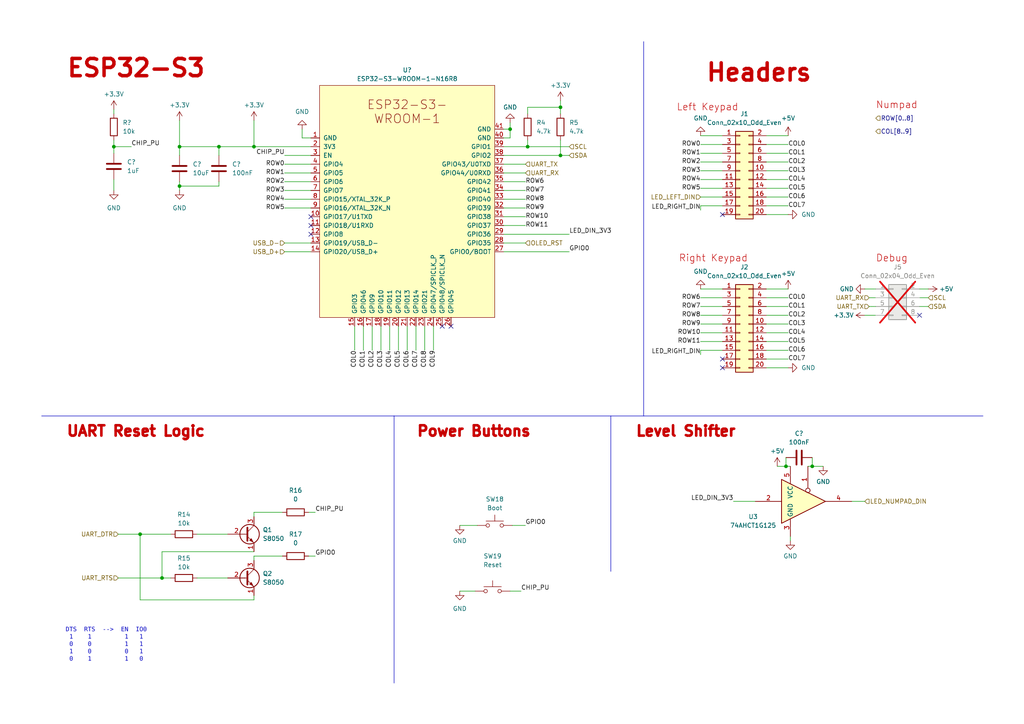
<source format=kicad_sch>
(kicad_sch (version 20230121) (generator eeschema)
  (paper "A4")
  (title_block (title "ESP32-S3"))
  (lib_symbols
    (symbol "74xGxx:74AHCT1G125"
      (property "Reference" "U" (at -2.54 3.81 0))
      (property "Value" "74AHCT1G125" (at 0 -3.81 0))
      (symbol "74AHCT1G125_0_1"
        (polyline (pts (xy -7.62 6.35) (xy -7.62 -6.35) (xy 5.08 0) (xy -7.62 6.35)) (stroke (width 0.254)) (fill (type background)))
      )
      (symbol "74AHCT1G125_1_1"
        (pin input inverted (at 0 10.16 270) (length 7.62) (name "~") (number "1"))
        (pin input line (at -15.24 0 0) (length 7.62) (name "~") (number "2"))
        (pin power_in line (at -5.08 -10.16 90) (length 5.08) (name "GND") (number "3"))
        (pin tri_state line (at 12.7 0 180) (length 7.62) (name "~") (number "4"))
        (pin power_in line (at -5.08 10.16 270) (length 5.08) (name "VCC") (number "5"))
      )
    )
    (symbol "Connector_Generic:Conn_02x04_Odd_Even" (pin_names (offset 1.016) hide)
      (property "Reference" "J" (at 1.27 5.08 0))
      (property "Value" "Conn_02x04_Odd_Even" (at 1.27 -7.62 0))
      (symbol "Conn_02x04_Odd_Even_1_1"
        (rectangle (start -1.27 -4.953) (end 0 -5.207) (stroke (width 0.1524)))
        (rectangle (start -1.27 -2.413) (end 0 -2.667) (stroke (width 0.1524)))
        (rectangle (start -1.27 0.127) (end 0 -0.127) (stroke (width 0.1524)))
        (rectangle (start -1.27 2.667) (end 0 2.413) (stroke (width 0.1524)))
        (rectangle (start -1.27 3.81) (end 3.81 -6.35) (stroke (width 0.254)) (fill (type background)))
        (rectangle (start 3.81 -4.953) (end 2.54 -5.207) (stroke (width 0.1524)))
        (rectangle (start 3.81 -2.413) (end 2.54 -2.667) (stroke (width 0.1524)))
        (rectangle (start 3.81 0.127) (end 2.54 -0.127) (stroke (width 0.1524)))
        (rectangle (start 3.81 2.667) (end 2.54 2.413) (stroke (width 0.1524)))
        (pin passive line (at -5.08 2.54 0) (length 3.81) (name "Pin_1") (number "1"))
        (pin passive line (at 7.62 2.54 180) (length 3.81) (name "Pin_2") (number "2"))
        (pin passive line (at -5.08 0 0) (length 3.81) (name "Pin_3") (number "3"))
        (pin passive line (at 7.62 0 180) (length 3.81) (name "Pin_4") (number "4"))
        (pin passive line (at -5.08 -2.54 0) (length 3.81) (name "Pin_5") (number "5"))
        (pin passive line (at 7.62 -2.54 180) (length 3.81) (name "Pin_6") (number "6"))
        (pin passive line (at -5.08 -5.08 0) (length 3.81) (name "Pin_7") (number "7"))
        (pin passive line (at 7.62 -5.08 180) (length 3.81) (name "Pin_8") (number "8"))
      )
    )
    (symbol "Connector_Generic:Conn_02x10_Odd_Even" (pin_names (offset 1.016) hide)
      (property "Reference" "J" (at 1.27 12.7 0))
      (property "Value" "Conn_02x10_Odd_Even" (at 1.27 -15.24 0))
      (symbol "Conn_02x10_Odd_Even_1_1"
        (rectangle (start -1.27 -12.573) (end 0 -12.827) (stroke (width 0.1524)))
        (rectangle (start -1.27 -10.033) (end 0 -10.287) (stroke (width 0.1524)))
        (rectangle (start -1.27 -7.493) (end 0 -7.747) (stroke (width 0.1524)))
        (rectangle (start -1.27 -4.953) (end 0 -5.207) (stroke (width 0.1524)))
        (rectangle (start -1.27 -2.413) (end 0 -2.667) (stroke (width 0.1524)))
        (rectangle (start -1.27 0.127) (end 0 -0.127) (stroke (width 0.1524)))
        (rectangle (start -1.27 2.667) (end 0 2.413) (stroke (width 0.1524)))
        (rectangle (start -1.27 5.207) (end 0 4.953) (stroke (width 0.1524)))
        (rectangle (start -1.27 7.747) (end 0 7.493) (stroke (width 0.1524)))
        (rectangle (start -1.27 10.287) (end 0 10.033) (stroke (width 0.1524)))
        (rectangle (start -1.27 11.43) (end 3.81 -13.97) (stroke (width 0.254)) (fill (type background)))
        (rectangle (start 3.81 -12.573) (end 2.54 -12.827) (stroke (width 0.1524)))
        (rectangle (start 3.81 -10.033) (end 2.54 -10.287) (stroke (width 0.1524)))
        (rectangle (start 3.81 -7.493) (end 2.54 -7.747) (stroke (width 0.1524)))
        (rectangle (start 3.81 -4.953) (end 2.54 -5.207) (stroke (width 0.1524)))
        (rectangle (start 3.81 -2.413) (end 2.54 -2.667) (stroke (width 0.1524)))
        (rectangle (start 3.81 0.127) (end 2.54 -0.127) (stroke (width 0.1524)))
        (rectangle (start 3.81 2.667) (end 2.54 2.413) (stroke (width 0.1524)))
        (rectangle (start 3.81 5.207) (end 2.54 4.953) (stroke (width 0.1524)))
        (rectangle (start 3.81 7.747) (end 2.54 7.493) (stroke (width 0.1524)))
        (rectangle (start 3.81 10.287) (end 2.54 10.033) (stroke (width 0.1524)))
        (pin passive line (at -5.08 10.16 0) (length 3.81) (name "Pin_1") (number "1"))
        (pin passive line (at 7.62 0 180) (length 3.81) (name "Pin_10") (number "10"))
        (pin passive line (at -5.08 -2.54 0) (length 3.81) (name "Pin_11") (number "11"))
        (pin passive line (at 7.62 -2.54 180) (length 3.81) (name "Pin_12") (number "12"))
        (pin passive line (at -5.08 -5.08 0) (length 3.81) (name "Pin_13") (number "13"))
        (pin passive line (at 7.62 -5.08 180) (length 3.81) (name "Pin_14") (number "14"))
        (pin passive line (at -5.08 -7.62 0) (length 3.81) (name "Pin_15") (number "15"))
        (pin passive line (at 7.62 -7.62 180) (length 3.81) (name "Pin_16") (number "16"))
        (pin passive line (at -5.08 -10.16 0) (length 3.81) (name "Pin_17") (number "17"))
        (pin passive line (at 7.62 -10.16 180) (length 3.81) (name "Pin_18") (number "18"))
        (pin passive line (at -5.08 -12.7 0) (length 3.81) (name "Pin_19") (number "19"))
        (pin passive line (at 7.62 10.16 180) (length 3.81) (name "Pin_2") (number "2"))
        (pin passive line (at 7.62 -12.7 180) (length 3.81) (name "Pin_20") (number "20"))
        (pin passive line (at -5.08 7.62 0) (length 3.81) (name "Pin_3") (number "3"))
        (pin passive line (at 7.62 7.62 180) (length 3.81) (name "Pin_4") (number "4"))
        (pin passive line (at -5.08 5.08 0) (length 3.81) (name "Pin_5") (number "5"))
        (pin passive line (at 7.62 5.08 180) (length 3.81) (name "Pin_6") (number "6"))
        (pin passive line (at -5.08 2.54 0) (length 3.81) (name "Pin_7") (number "7"))
        (pin passive line (at 7.62 2.54 180) (length 3.81) (name "Pin_8") (number "8"))
        (pin passive line (at -5.08 0 0) (length 3.81) (name "Pin_9") (number "9"))
      )
    )
    (symbol "Device:C" (pin_numbers hide) (pin_names (offset 0.254))
      (property "Reference" "C" (at 0.635 2.54 0))
      (property "Value" "C" (at 0.635 -2.54 0))
      (symbol "C_0_1"
        (polyline (pts (xy -2.032 -0.762) (xy 2.032 -0.762)) (stroke (width 0.508)))
        (polyline (pts (xy -2.032 0.762) (xy 2.032 0.762)) (stroke (width 0.508)))
      )
      (symbol "C_1_1"
        (pin passive line (at 0 3.81 270) (length 2.794) (name "~") (number "1"))
        (pin passive line (at 0 -3.81 90) (length 2.794) (name "~") (number "2"))
      )
    )
    (symbol "Device:R" (pin_numbers hide) (pin_names (offset 0))
      (property "Reference" "R" (at 2.032 0 90))
      (property "Value" "R" (at 0 0 90))
      (symbol "R_0_1"
        (rectangle (start -1.016 -2.54) (end 1.016 2.54) (stroke (width 0.254)))
      )
      (symbol "R_1_1"
        (pin passive line (at 0 3.81 270) (length 1.27) (name "~") (number "1"))
        (pin passive line (at 0 -3.81 90) (length 1.27) (name "~") (number "2"))
      )
    )
    (symbol "Switch:SW_Push" (pin_numbers hide) (pin_names (offset 1.016) hide)
      (property "Reference" "SW" (at 1.27 2.54 0))
      (property "Value" "SW_Push" (at 0 -1.524 0))
      (symbol "SW_Push_0_1"
        (circle (center -2.032 0) (radius 0.508))
        (polyline (pts (xy 0 1.27) (xy 0 3.048)))
        (polyline (pts (xy 2.54 1.27) (xy -2.54 1.27)))
        (circle (center 2.032 0) (radius 0.508))
        (pin passive line (at -5.08 0 0) (length 2.54) (name "1") (number "1"))
        (pin passive line (at 5.08 0 180) (length 2.54) (name "2") (number "2"))
      )
    )
    (symbol "Transistor_BJT:S8050" (pin_names (offset 0) hide)
      (property "Reference" "Q" (at 5.08 1.905 0))
      (property "Value" "S8050" (at 5.08 0 0))
      (symbol "S8050_0_1"
        (polyline (pts (xy 0 0) (xy 0.635 0)))
        (polyline (pts (xy 0.635 0.635) (xy 2.54 2.54)))
        (polyline (pts (xy 0.635 -0.635) (xy 2.54 -2.54) (xy 2.54 -2.54)))
        (polyline (pts (xy 0.635 1.905) (xy 0.635 -1.905) (xy 0.635 -1.905)) (stroke (width 0.508)))
        (polyline (pts (xy 1.27 -1.778) (xy 1.778 -1.27) (xy 2.286 -2.286) (xy 1.27 -1.778) (xy 1.27 -1.778)) (fill (type outline)))
        (circle (center 1.27 0) (radius 2.8194) (stroke (width 0.254)))
      )
      (symbol "S8050_1_1"
        (pin passive line (at 2.54 -5.08 90) (length 2.54) (name "E") (number "1"))
        (pin input line (at -5.08 0 0) (length 5.08) (name "B") (number "2"))
        (pin passive line (at 2.54 5.08 270) (length 2.54) (name "C") (number "3"))
      )
    )
    (symbol "mantyl:ESP32-S3-WROOM-1-N16R8" (pin_names (offset 1.016))
      (property "Reference" "U1" (at 27.94 52.705 0))
      (property "Value" "ESP32-S3-WROOM-1-N16R8" (at 27.94 50.165 0))
      (symbol "ESP32-S3-WROOM-1-N16R8_0_0"
        (pin power_in line (at 0 33.02 0) (length 2.54) (name "GND") (number "1"))
        (pin output line (at 0 10.16 0) (length 2.54) (name "GPIO17/U1TXD") (number "10"))
        (pin input line (at 0 7.62 0) (length 2.54) (name "GPIO18/U1RXD") (number "11"))
        (pin bidirectional line (at 0 5.08 0) (length 2.54) (name "GPIO8") (number "12"))
        (pin bidirectional line (at 0 2.54 0) (length 2.54) (name "GPIO19/USB_D-") (number "13"))
        (pin bidirectional line (at 0 0 0) (length 2.54) (name "GPIO20/USB_D+") (number "14"))
        (pin bidirectional line (at 12.7 -21.59 90) (length 2.54) (name "GPIO3") (number "15"))
        (pin bidirectional line (at 15.24 -21.59 90) (length 2.54) (name "GPIO46") (number "16"))
        (pin bidirectional line (at 17.78 -21.59 90) (length 2.54) (name "GPIO9") (number "17"))
        (pin bidirectional line (at 20.32 -21.59 90) (length 2.54) (name "GPIO10") (number "18"))
        (pin bidirectional line (at 22.86 -21.59 90) (length 2.54) (name "GPIO11") (number "19"))
        (pin power_in line (at 0 30.48 0) (length 2.54) (name "3V3") (number "2"))
        (pin bidirectional line (at 25.4 -21.59 90) (length 2.54) (name "GPIO12") (number "20"))
        (pin bidirectional line (at 27.94 -21.59 90) (length 2.54) (name "GPIO13") (number "21"))
        (pin bidirectional line (at 30.48 -21.59 90) (length 2.54) (name "GPIO14") (number "22"))
        (pin bidirectional line (at 33.02 -21.59 90) (length 2.54) (name "GPIO21") (number "23"))
        (pin bidirectional line (at 35.56 -21.59 90) (length 2.54) (name "GPIO47/SPICLK_P") (number "24"))
        (pin bidirectional line (at 38.1 -21.59 90) (length 2.54) (name "GPIO48/SPICLK_N") (number "25"))
        (pin bidirectional line (at 40.64 -21.59 90) (length 2.54) (name "GPIO45") (number "26"))
        (pin input line (at 55.88 0 180) (length 2.54) (name "GPIO0/BOOT") (number "27"))
        (pin bidirectional line (at 55.88 2.54 180) (length 2.54) (name "GPIO35") (number "28"))
        (pin output line (at 55.88 5.08 180) (length 2.54) (name "GPIO36") (number "29"))
        (pin input line (at 0 27.94 0) (length 2.54) (name "EN") (number "3"))
        (pin bidirectional line (at 55.88 7.62 180) (length 2.54) (name "GPIO37") (number "30"))
        (pin bidirectional line (at 55.88 10.16 180) (length 2.54) (name "GPIO38") (number "31"))
        (pin bidirectional line (at 55.88 12.7 180) (length 2.54) (name "GPIO39") (number "32"))
        (pin bidirectional line (at 55.88 15.24 180) (length 2.54) (name "GPIO40") (number "33"))
        (pin bidirectional line (at 55.88 17.78 180) (length 2.54) (name "GPIO41") (number "34"))
        (pin bidirectional line (at 55.88 20.32 180) (length 2.54) (name "GPIO42") (number "35"))
        (pin bidirectional line (at 55.88 22.86 180) (length 2.54) (name "GPIO44/U0RXD") (number "36"))
        (pin bidirectional line (at 55.88 25.4 180) (length 2.54) (name "GPIO43/U0TXD") (number "37"))
        (pin bidirectional line (at 55.88 27.94 180) (length 2.54) (name "GPIO2") (number "38"))
        (pin bidirectional line (at 55.88 30.48 180) (length 2.54) (name "GPIO1") (number "39"))
        (pin bidirectional line (at 0 25.4 0) (length 2.54) (name "GPIO4") (number "4"))
        (pin bidirectional line (at 0 22.86 0) (length 2.54) (name "GPIO5") (number "5"))
        (pin bidirectional line (at 0 20.32 0) (length 2.54) (name "GPIO6") (number "6"))
        (pin bidirectional line (at 0 17.78 0) (length 2.54) (name "GPIO7") (number "7"))
        (pin bidirectional line (at 0 15.24 0) (length 2.54) (name "GPIO15/XTAL_32K_P") (number "8"))
        (pin bidirectional line (at 0 12.7 0) (length 2.54) (name "GPIO16/XTAL_32K_N") (number "9"))
      )
      (symbol "ESP32-S3-WROOM-1-N16R8_0_1"
        (rectangle (start 2.54 48.26) (end 53.34 -19.05) (fill (type background)))
      )
      (symbol "ESP32-S3-WROOM-1-N16R8_1_0"
        (text "ESP32-S3-\nWROOM-1" (at 27.94 40.64 0) (effects (font (size 2.54 2.54))))
        (pin passive line (at 55.88 33.02 180) (length 2.54) (name "GND") (number "40"))
        (pin passive line (at 55.88 35.56 180) (length 2.54) (name "GND") (number "41"))
      )
    )
    (symbol "power:+3.3V" (power) (pin_names (offset 0))
      (property "Value" "+3.3V" (at 0 3.556 0))
      (symbol "+3.3V_0_1"
        (polyline (pts (xy -0.762 1.27) (xy 0 2.54)))
        (polyline (pts (xy 0 0) (xy 0 2.54)))
        (polyline (pts (xy 0 2.54) (xy 0.762 1.27)))
      )
      (symbol "+3.3V_1_1"
        (pin power_in line (at 0 0 90) (length 0) hide (name "+3.3V") (number "1"))
      )
    )
    (symbol "power:+5V" (power) (pin_names (offset 0))
      (property "Value" "+5V" (at 0 3.556 0))
      (symbol "+5V_0_1"
        (polyline (pts (xy -0.762 1.27) (xy 0 2.54)))
        (polyline (pts (xy 0 0) (xy 0 2.54)))
        (polyline (pts (xy 0 2.54) (xy 0.762 1.27)))
      )
      (symbol "+5V_1_1"
        (pin power_in line (at 0 0 90) (length 0) hide (name "+5V") (number "1"))
      )
    )
    (symbol "power:GND" (power) (pin_names (offset 0))
      (property "Value" "GND" (at 0 -3.81 0))
      (symbol "GND_0_1"
        (polyline (pts (xy 0 0) (xy 0 -1.27) (xy 1.27 -1.27) (xy 0 -2.54) (xy -1.27 -1.27) (xy 0 -1.27)))
      )
      (symbol "GND_1_1"
        (pin power_in line (at 0 0 270) (length 0) hide (name "GND") (number "1"))
      )
    )
  )
  (junction (at 227.965 135.255))
  (junction (at 162.56 45.085))
  (junction (at 153.035 42.545))
  (junction (at 73.66 42.545))
  (junction (at 40.64 154.94))
  (junction (at 52.07 53.975))
  (junction (at 46.99 167.64))
  (junction (at 63.5 42.545))
  (junction (at 235.585 135.255))
  (junction (at 162.56 31.115))
  (junction (at 147.955 37.465))
  (junction (at 33.02 42.545))
  (junction (at 52.07 42.545))
  (no_connect (at 209.55 104.14))
  (no_connect (at 209.55 62.23))
  (no_connect (at 130.81 94.615))
  (no_connect (at 209.55 106.68))
  (no_connect (at 90.17 65.405))
  (no_connect (at 90.17 67.945))
  (no_connect (at 128.27 94.615))
  (no_connect (at 266.7 91.44))
  (no_connect (at 90.17 62.865))
  (polyline (pts (xy 114.3 120.65) (xy 114.3 198.12)))
  (wire (pts (xy 33.02 42.545) (xy 38.1 42.545)))
  (wire (pts (xy 63.5 53.975) (xy 52.07 53.975)))
  (wire (pts (xy 89.535 148.59) (xy 91.44 148.59)))
  (wire (pts (xy 146.05 60.325) (xy 152.4 60.325)))
  (wire (pts (xy 222.25 104.14) (xy 228.6 104.14)))
  (wire (pts (xy 57.15 154.94) (xy 66.04 154.94)))
  (wire (pts (xy 105.41 94.615) (xy 105.41 101.6)))
  (wire (pts (xy 203.2 101.6) (xy 209.55 101.6)))
  (wire (pts (xy 227.965 135.255) (xy 229.235 135.255)))
  (wire (pts (xy 203.2 46.99) (xy 209.55 46.99)))
  (wire (pts (xy 73.66 148.59) (xy 81.915 148.59)))
  (wire (pts (xy 46.99 160.02) (xy 46.99 167.64)))
  (wire (pts (xy 203.2 88.9) (xy 209.55 88.9)))
  (wire (pts (xy 146.05 55.245) (xy 152.4 55.245)))
  (wire (pts (xy 229.235 155.575) (xy 229.235 156.845)))
  (wire (pts (xy 146.05 62.865) (xy 152.4 62.865)))
  (polyline (pts (xy 186.69 12.065) (xy 186.69 120.65)))
  (wire (pts (xy 73.66 162.56) (xy 73.66 161.29)))
  (wire (pts (xy 222.25 101.6) (xy 228.6 101.6)))
  (wire (pts (xy 222.25 49.53) (xy 228.6 49.53)))
  (wire (pts (xy 52.07 42.545) (xy 52.07 45.085)))
  (wire (pts (xy 147.955 40.005) (xy 147.955 37.465)))
  (wire (pts (xy 203.2 44.45) (xy 209.55 44.45)))
  (wire (pts (xy 110.49 94.615) (xy 110.49 101.6)))
  (wire (pts (xy 82.55 70.485) (xy 90.17 70.485)))
  (wire (pts (xy 33.02 52.07) (xy 33.02 55.245)))
  (wire (pts (xy 252.095 86.36) (xy 254 86.36)))
  (wire (pts (xy 40.64 173.99) (xy 40.64 154.94)))
  (wire (pts (xy 146.05 50.165) (xy 152.4 50.165)))
  (wire (pts (xy 212.725 145.415) (xy 219.075 145.415)))
  (wire (pts (xy 147.955 37.465) (xy 147.955 35.56)))
  (wire (pts (xy 123.19 94.615) (xy 123.19 101.6)))
  (wire (pts (xy 203.2 83.82) (xy 209.55 83.82)))
  (wire (pts (xy 133.35 152.4) (xy 138.43 152.4)))
  (wire (pts (xy 153.035 31.115) (xy 162.56 31.115)))
  (wire (pts (xy 146.05 65.405) (xy 152.4 65.405)))
  (wire (pts (xy 266.7 88.9) (xy 269.24 88.9)))
  (wire (pts (xy 162.56 31.115) (xy 162.56 33.02)))
  (wire (pts (xy 82.55 60.325) (xy 90.17 60.325)))
  (wire (pts (xy 222.25 86.36) (xy 228.6 86.36)))
  (wire (pts (xy 82.55 55.245) (xy 90.17 55.245)))
  (polyline (pts (xy 177.165 120.65) (xy 177.165 165.735)))
  (wire (pts (xy 125.73 94.615) (xy 125.73 101.6)))
  (wire (pts (xy 146.05 42.545) (xy 153.035 42.545)))
  (wire (pts (xy 203.2 59.69) (xy 209.55 59.69)))
  (wire (pts (xy 73.66 42.545) (xy 90.17 42.545)))
  (wire (pts (xy 52.07 34.925) (xy 52.07 42.545)))
  (wire (pts (xy 203.2 52.07) (xy 209.55 52.07)))
  (wire (pts (xy 234.315 135.255) (xy 235.585 135.255)))
  (wire (pts (xy 52.07 42.545) (xy 63.5 42.545)))
  (wire (pts (xy 222.25 88.9) (xy 228.6 88.9)))
  (wire (pts (xy 162.56 40.64) (xy 162.56 45.085)))
  (wire (pts (xy 153.035 40.64) (xy 153.035 42.545)))
  (wire (pts (xy 82.55 57.785) (xy 90.17 57.785)))
  (wire (pts (xy 82.55 50.165) (xy 90.17 50.165)))
  (wire (pts (xy 222.25 46.99) (xy 228.6 46.99)))
  (wire (pts (xy 153.035 33.02) (xy 153.035 31.115)))
  (wire (pts (xy 222.25 62.23) (xy 228.6 62.23)))
  (wire (pts (xy 82.55 47.625) (xy 90.17 47.625)))
  (wire (pts (xy 87.63 40.005) (xy 87.63 37.465)))
  (wire (pts (xy 63.5 52.705) (xy 63.5 53.975)))
  (wire (pts (xy 203.2 39.37) (xy 209.55 39.37)))
  (wire (pts (xy 113.03 94.615) (xy 113.03 101.6)))
  (wire (pts (xy 222.25 54.61) (xy 228.6 54.61)))
  (wire (pts (xy 162.56 29.21) (xy 162.56 31.115)))
  (wire (pts (xy 266.7 86.36) (xy 269.24 86.36)))
  (wire (pts (xy 73.66 173.99) (xy 40.64 173.99)))
  (polyline (pts (xy 114.3 120.65) (xy 285.115 120.65)))
  (wire (pts (xy 146.05 40.005) (xy 147.955 40.005)))
  (wire (pts (xy 203.2 41.91) (xy 209.55 41.91)))
  (wire (pts (xy 52.07 53.975) (xy 52.07 55.245)))
  (wire (pts (xy 146.05 70.485) (xy 152.4 70.485)))
  (wire (pts (xy 82.55 73.025) (xy 90.17 73.025)))
  (wire (pts (xy 73.66 149.86) (xy 73.66 148.59)))
  (wire (pts (xy 115.57 94.615) (xy 115.57 101.6)))
  (wire (pts (xy 250.825 91.44) (xy 254 91.44)))
  (wire (pts (xy 222.25 59.69) (xy 228.6 59.69)))
  (wire (pts (xy 107.95 94.615) (xy 107.95 101.6)))
  (wire (pts (xy 34.29 154.94) (xy 40.64 154.94)))
  (wire (pts (xy 153.035 42.545) (xy 165.1 42.545)))
  (wire (pts (xy 89.535 161.29) (xy 91.44 161.29)))
  (wire (pts (xy 40.64 154.94) (xy 49.53 154.94)))
  (wire (pts (xy 73.66 34.925) (xy 73.66 42.545)))
  (wire (pts (xy 102.87 94.615) (xy 102.87 101.6)))
  (wire (pts (xy 146.05 37.465) (xy 147.955 37.465)))
  (wire (pts (xy 222.25 44.45) (xy 228.6 44.45)))
  (wire (pts (xy 120.65 94.615) (xy 120.65 101.6)))
  (wire (pts (xy 222.25 57.15) (xy 228.6 57.15)))
  (wire (pts (xy 203.2 91.44) (xy 209.55 91.44)))
  (wire (pts (xy 222.25 41.91) (xy 228.6 41.91)))
  (wire (pts (xy 247.015 145.415) (xy 250.825 145.415)))
  (wire (pts (xy 222.25 99.06) (xy 228.6 99.06)))
  (wire (pts (xy 222.25 91.44) (xy 228.6 91.44)))
  (wire (pts (xy 222.25 83.82) (xy 228.6 83.82)))
  (wire (pts (xy 146.05 45.085) (xy 162.56 45.085)))
  (wire (pts (xy 82.55 45.085) (xy 90.17 45.085)))
  (wire (pts (xy 203.2 49.53) (xy 209.55 49.53)))
  (wire (pts (xy 203.2 86.36) (xy 209.55 86.36)))
  (wire (pts (xy 73.66 161.29) (xy 81.915 161.29)))
  (wire (pts (xy 222.25 106.68) (xy 228.6 106.68)))
  (wire (pts (xy 73.66 172.72) (xy 73.66 173.99)))
  (wire (pts (xy 235.585 132.715) (xy 235.585 135.255)))
  (wire (pts (xy 33.02 31.75) (xy 33.02 33.02)))
  (wire (pts (xy 162.56 45.085) (xy 165.1 45.085)))
  (wire (pts (xy 82.55 52.705) (xy 90.17 52.705)))
  (wire (pts (xy 146.05 57.785) (xy 152.4 57.785)))
  (wire (pts (xy 222.25 96.52) (xy 228.6 96.52)))
  (wire (pts (xy 203.2 99.06) (xy 209.55 99.06)))
  (wire (pts (xy 227.965 132.715) (xy 227.965 135.255)))
  (wire (pts (xy 46.99 167.64) (xy 49.53 167.64)))
  (wire (pts (xy 250.825 83.82) (xy 254 83.82)))
  (wire (pts (xy 146.05 52.705) (xy 152.4 52.705)))
  (wire (pts (xy 235.585 135.255) (xy 238.76 135.255)))
  (polyline (pts (xy 12.065 120.65) (xy 114.3 120.65)))
  (wire (pts (xy 225.425 135.255) (xy 227.965 135.255)))
  (wire (pts (xy 146.05 47.625) (xy 152.4 47.625)))
  (wire (pts (xy 146.05 67.945) (xy 165.1 67.945)))
  (wire (pts (xy 146.05 73.025) (xy 165.1 73.025)))
  (wire (pts (xy 90.17 40.005) (xy 87.63 40.005)))
  (wire (pts (xy 118.11 94.615) (xy 118.11 101.6)))
  (wire (pts (xy 203.2 59.69) (xy 203.2 60.96)))
  (wire (pts (xy 203.2 54.61) (xy 209.55 54.61)))
  (wire (pts (xy 222.25 39.37) (xy 228.6 39.37)))
  (wire (pts (xy 34.29 167.64) (xy 46.99 167.64)))
  (wire (pts (xy 133.35 171.45) (xy 137.795 171.45)))
  (wire (pts (xy 63.5 42.545) (xy 63.5 45.085)))
  (wire (pts (xy 222.25 52.07) (xy 228.6 52.07)))
  (wire (pts (xy 203.2 101.6) (xy 203.2 102.87)))
  (wire (pts (xy 222.25 93.98) (xy 228.6 93.98)))
  (wire (pts (xy 33.02 40.64) (xy 33.02 42.545)))
  (wire (pts (xy 203.2 57.15) (xy 209.55 57.15)))
  (wire (pts (xy 203.2 93.98) (xy 209.55 93.98)))
  (wire (pts (xy 33.02 42.545) (xy 33.02 44.45)))
  (wire (pts (xy 148.59 152.4) (xy 152.4 152.4)))
  (wire (pts (xy 52.07 52.705) (xy 52.07 53.975)))
  (wire (pts (xy 266.7 83.82) (xy 269.24 83.82)))
  (wire (pts (xy 147.955 171.45) (xy 151.13 171.45)))
  (wire (pts (xy 57.15 167.64) (xy 66.04 167.64)))
  (wire (pts (xy 203.2 96.52) (xy 209.55 96.52)))
  (wire (pts (xy 73.66 160.02) (xy 46.99 160.02)))
  (wire (pts (xy 63.5 42.545) (xy 73.66 42.545)))
  (wire (pts (xy 252.095 88.9) (xy 254 88.9)))
  (text "DTS  RTS  -->  EN  IO0\n 1    1         1   1\n 0    0         1   1\n 1    0         0   1\n 0    1         1   0" (at 19.05 192.405 0) (effects (font (size 1.27 1.27)) (justify left bottom)))
  (text "Left Keypad" (at 196.215 32.385 0) (effects (font (size 2 2)) (justify left bottom)))
  (text "UART Reset Logic" (at 19.05 127 0) (effects (font (size 3 3) (thickness 1) bold) (justify left bottom)))
  (text "Headers" (at 204.47 24.13 0) (effects (font (size 5 5) (thickness 1) bold) (justify left bottom)))
  (text "Right Keypad" (at 196.85 76.2 0) (effects (font (size 2 2)) (justify left bottom)))
  (text "Numpad" (at 254 31.75 0) (effects (font (size 2 2)) (justify left bottom)))
  (text "ESP32-S3" (at 19.05 22.86 0) (effects (font (size 5 5) (thickness 1) bold) (justify left bottom)))
  (text "Power Buttons" (at 120.65 127 0) (effects (font (size 3 3) (thickness 1) bold) (justify left bottom)))
  (text "Debug" (at 254 76.2 0) (effects (font (size 2 2)) (justify left bottom)))
  (text "Level Shifter" (at 184.15 127 0) (effects (font (size 3 3) (thickness 1) bold) (justify left bottom)))
  (label "COL4" (at 113.03 101.6 270) (property "Intersheetrefs" "${INTERSHEET_REFS}" (effects hide)))
  (label "COL1" (at 228.6 44.45 0) (property "Intersheetrefs" "${INTERSHEET_REFS}" (effects hide)))
  (label "COL2" (at 228.6 91.44 0) (property "Intersheetrefs" "${INTERSHEET_REFS}" (effects hide)))
  (label "GPIO0" (at 152.4 152.4 0))
  (label "GPIO0" (at 91.44 161.29 0))
  (label "COL3" (at 228.6 93.98 0) (property "Intersheetrefs" "${INTERSHEET_REFS}" (effects hide)))
  (label "COL4" (at 228.6 96.52 0) (property "Intersheetrefs" "${INTERSHEET_REFS}" (effects hide)))
  (label "ROW0" (at 82.55 47.625 180) (property "Intersheetrefs" "${INTERSHEET_REFS}" (effects hide)))
  (label "ROW5" (at 203.2 54.61 180) (property "Intersheetrefs" "${INTERSHEET_REFS}" (effects hide)))
  (label "COL3" (at 110.49 101.6 270) (property "Intersheetrefs" "${INTERSHEET_REFS}" (effects hide)))
  (label "COL3" (at 228.6 49.53 0) (property "Intersheetrefs" "${INTERSHEET_REFS}" (effects hide)))
  (label "ROW5" (at 82.55 60.325 180) (property "Intersheetrefs" "${INTERSHEET_REFS}" (effects hide)))
  (label "ROW6" (at 152.4 52.705 0) (property "Intersheetrefs" "${INTERSHEET_REFS}" (effects hide)))
  (label "ROW1" (at 203.2 44.45 180) (property "Intersheetrefs" "${INTERSHEET_REFS}" (effects hide)))
  (label "COL8" (at 123.19 101.6 270) (property "Intersheetrefs" "${INTERSHEET_REFS}" (effects hide)))
  (label "ROW2" (at 82.55 52.705 180) (property "Intersheetrefs" "${INTERSHEET_REFS}" (effects hide)))
  (label "COL1" (at 228.6 88.9 0) (property "Intersheetrefs" "${INTERSHEET_REFS}" (effects hide)))
  (label "ROW3" (at 82.55 55.245 180) (property "Intersheetrefs" "${INTERSHEET_REFS}" (effects hide)))
  (label "LED_DIN_3V3" (at 165.1 67.945 0))
  (label "COL0" (at 102.87 101.6 270) (property "Intersheetrefs" "${INTERSHEET_REFS}" (effects hide)))
  (label "ROW11" (at 203.2 99.06 180) (property "Intersheetrefs" "${INTERSHEET_REFS}" (effects hide)))
  (label "ROW8" (at 152.4 57.785 0) (property "Intersheetrefs" "${INTERSHEET_REFS}" (effects hide)))
  (label "CHIP_PU" (at 151.13 171.45 0))
  (label "COL1" (at 105.41 101.6 270) (property "Intersheetrefs" "${INTERSHEET_REFS}" (effects hide)))
  (label "ROW2" (at 203.2 46.99 180) (property "Intersheetrefs" "${INTERSHEET_REFS}" (effects hide)))
  (label "ROW7" (at 203.2 88.9 180) (property "Intersheetrefs" "${INTERSHEET_REFS}" (effects hide)))
  (label "ROW8" (at 203.2 91.44 180) (property "Intersheetrefs" "${INTERSHEET_REFS}" (effects hide)))
  (label "CHIP_PU" (at 91.44 148.59 0))
  (label "COL2" (at 228.6 46.99 0) (property "Intersheetrefs" "${INTERSHEET_REFS}" (effects hide)))
  (label "ROW1" (at 82.55 50.165 180) (property "Intersheetrefs" "${INTERSHEET_REFS}" (effects hide)))
  (label "ROW11" (at 152.4 65.405 0) (property "Intersheetrefs" "${INTERSHEET_REFS}" (effects hide)))
  (label "COL4" (at 228.6 52.07 0) (property "Intersheetrefs" "${INTERSHEET_REFS}" (effects hide)))
  (label "COL6" (at 118.11 101.6 270) (property "Intersheetrefs" "${INTERSHEET_REFS}" (effects hide)))
  (label "COL7" (at 228.6 104.14 0) (property "Intersheetrefs" "${INTERSHEET_REFS}" (effects hide)))
  (label "ROW7" (at 152.4 55.245 0) (property "Intersheetrefs" "${INTERSHEET_REFS}" (effects hide)))
  (label "COL6" (at 228.6 57.15 0) (property "Intersheetrefs" "${INTERSHEET_REFS}" (effects hide)))
  (label "COL7" (at 228.6 59.69 0) (property "Intersheetrefs" "${INTERSHEET_REFS}" (effects hide)))
  (label "ROW3" (at 203.2 49.53 180) (property "Intersheetrefs" "${INTERSHEET_REFS}" (effects hide)))
  (label "CHIP_PU" (at 82.55 45.085 180))
  (label "LED_RIGHT_DIN" (at 203.2 60.96 180))
  (label "ROW10" (at 152.4 62.865 0) (property "Intersheetrefs" "${INTERSHEET_REFS}" (effects hide)))
  (label "COL5" (at 228.6 54.61 0) (property "Intersheetrefs" "${INTERSHEET_REFS}" (effects hide)))
  (label "ROW10" (at 203.2 96.52 180) (property "Intersheetrefs" "${INTERSHEET_REFS}" (effects hide)))
  (label "ROW0" (at 203.2 41.91 180) (property "Intersheetrefs" "${INTERSHEET_REFS}" (effects hide)))
  (label "GPIO0" (at 165.1 73.025 0))
  (label "ROW4" (at 203.2 52.07 180) (property "Intersheetrefs" "${INTERSHEET_REFS}" (effects hide)))
  (label "COL5" (at 228.6 99.06 0) (property "Intersheetrefs" "${INTERSHEET_REFS}" (effects hide)))
  (label "LED_RIGHT_DIN" (at 203.2 102.87 180))
  (label "COL7" (at 120.65 101.6 270) (property "Intersheetrefs" "${INTERSHEET_REFS}" (effects hide)))
  (label "COL5" (at 115.57 101.6 270) (property "Intersheetrefs" "${INTERSHEET_REFS}" (effects hide)))
  (label "COL2" (at 107.95 101.6 270) (property "Intersheetrefs" "${INTERSHEET_REFS}" (effects hide)))
  (label "COL0" (at 228.6 86.36 0) (property "Intersheetrefs" "${INTERSHEET_REFS}" (effects hide)))
  (label "LED_DIN_3V3" (at 212.725 145.415 180))
  (label "CHIP_PU" (at 38.1 42.545 0))
  (label "ROW9" (at 152.4 60.325 0) (property "Intersheetrefs" "${INTERSHEET_REFS}" (effects hide)))
  (label "COL0" (at 228.6 41.91 0) (property "Intersheetrefs" "${INTERSHEET_REFS}" (effects hide)))
  (label "ROW9" (at 203.2 93.98 180) (property "Intersheetrefs" "${INTERSHEET_REFS}" (effects hide)))
  (label "ROW6" (at 203.2 86.36 180) (property "Intersheetrefs" "${INTERSHEET_REFS}" (effects hide)))
  (label "ROW4" (at 82.55 57.785 180) (property "Intersheetrefs" "${INTERSHEET_REFS}" (effects hide)))
  (label "COL9" (at 125.73 101.5569 270) (property "Intersheetrefs" "${INTERSHEET_REFS}" (effects hide)))
  (label "COL6" (at 228.6 101.6 0) (property "Intersheetrefs" "${INTERSHEET_REFS}" (effects hide)))
  (hierarchical_label "SDA" (shape input) (at 269.24 88.9 0))
  (hierarchical_label "SCL" (shape input) (at 269.24 86.36 0))
  (hierarchical_label "USB_D+" (shape input) (at 82.55 73.025 180))
  (hierarchical_label "SCL" (shape input) (at 165.1 42.545 0))
  (hierarchical_label "COL[8..9]" (shape input) (at 254 38.1 0))
  (hierarchical_label "UART_RX" (shape input) (at 152.4 50.165 0))
  (hierarchical_label "UART_RX" (shape input) (at 252.095 86.36 180))
  (hierarchical_label "UART_TX" (shape input) (at 152.4 47.625 0))
  (hierarchical_label "UART_DTR" (shape input) (at 34.29 154.94 180))
  (hierarchical_label "UART_RTS" (shape input) (at 34.29 167.64 180))
  (hierarchical_label "LED_LEFT_DIN" (shape input) (at 203.2 57.15 180))
  (hierarchical_label "LED_NUMPAD_DIN" (shape input) (at 250.825 145.415 0))
  (hierarchical_label "UART_TX" (shape input) (at 252.095 88.9 180))
  (hierarchical_label "USB_D-" (shape input) (at 82.55 70.485 180))
  (hierarchical_label "OLED_RST" (shape input) (at 152.4 70.485 0))
  (hierarchical_label "SDA" (shape input) (at 165.1 45.085 0))
  (hierarchical_label "ROW[0..8]" (shape input) (at 254 34.29 0))
  (symbol (lib_id "power:GND") (at 238.76 135.255 0) (unit 1)
    (property "Reference" "#PWR010" (effects hide))
    (property "Value" "GND" (at 238.76 139.7 0))
  )
  (symbol (lib_id "power:GND") (at 33.02 55.245 0) (unit 1)
    (property "Reference" "#PWR?" (effects hide))
    (property "Value" "GND" (at 33.02 60.325 0))
    (instances (project "v2_controller" (path "" (reference "#PWR?") (unit 1)) (path "" (reference "#PWR01") (unit 1))))
  )
  (symbol (lib_id "Device:R") (at 153.035 36.83 0) (unit 1)
    (property "Reference" "R4" (at 155.575 35.56 0) (effects (justify left)))
    (property "Value" "4.7k" (at 155.575 38.1 0) (effects (justify left)))
    (property "Footprint" "Resistor_SMD:R_0402_1005Metric" (effects hide))
    (property "LCSC Part #" "C25900" (effects hide))
  )
  (symbol (lib_id "Connector_Generic:Conn_02x04_Odd_Even") (at 259.08 86.36 0) (unit 1) (in_bom no) (dnp yes)
    (property "Reference" "J5" (at 260.35 77.47 0))
    (property "Value" "Conn_02x04_Odd_Even" (at 260.35 80.01 0))
    (property "Footprint" "Connector_PinSocket_2.54mm:PinSocket_2x04_P2.54mm_Vertical" (effects hide))
    (property "LCSC Part #" "C92271" (effects hide))
  )
  (symbol (lib_id "Device:C") (at 52.07 48.895 0) (unit 1)
    (property "Reference" "C?" (at 55.88 47.625 0) (effects (justify left)))
    (property "Value" "10uF" (at 55.88 50.165 0) (effects (justify left)))
    (property "Footprint" "Capacitor_SMD:C_0603_1608Metric" (effects hide))
    (property "LCSC Part #" "C96446" (effects hide))
    (instances (project "v2_controller" (path "" (reference "C?") (unit 1)) (path "" (reference "C2") (unit 1))))
  )
  (symbol (lib_id "power:GND") (at 250.825 83.82 270) (unit 1)
    (property "Reference" "#PWR086" (effects hide))
    (property "Value" "GND" (at 247.65 83.82 90) (effects (justify right)))
  )
  (symbol (lib_id "74xGxx:74AHCT1G125") (at 234.315 145.415 0) (unit 1)
    (property "Reference" "U3" (at 218.44 149.86 0))
    (property "Value" "74AHCT1G125" (at 218.44 152.4 0))
    (property "Footprint" "Package_TO_SOT_SMD:SOT-353_SC-70-5" (effects hide))
    (property "Datasheet" "http://www.ti.com/lit/sg/scyt129e/scyt129e.pdf" (effects hide))
    (property "LCSC Part #" "C151417" (effects hide))
  )
  (symbol (lib_id "Device:R") (at 53.34 154.94 90) (unit 1)
    (property "Reference" "R14" (at 53.34 149.225 90))
    (property "Value" "10k" (at 53.34 151.765 90))
    (property "Footprint" "Resistor_SMD:R_0402_1005Metric" (effects hide))
    (property "LCSC Part #" "C25744" (effects hide))
  )
  (symbol (lib_id "power:GND") (at 228.6 62.23 90) (unit 1)
    (property "Reference" "#PWR011" (effects hide))
    (property "Value" "GND" (at 232.41 62.23 90) (effects (justify right)))
  )
  (symbol (lib_id "power:+5V") (at 269.24 83.82 270) (unit 1)
    (property "Reference" "#PWR088" (effects hide))
    (property "Value" "+5V" (at 272.415 83.82 90) (effects (justify left)))
  )
  (symbol (lib_id "Device:R") (at 33.02 36.83 0) (unit 1)
    (property "Reference" "R?" (at 35.56 35.56 0) (effects (justify left)))
    (property "Value" "10k" (at 35.56 38.1 0) (effects (justify left)))
    (property "Footprint" "Resistor_SMD:R_0402_1005Metric" (effects hide))
    (property "LCSC Part #" "C52923" (effects hide))
    (instances (project "v2_controller" (path "" (reference "R?") (unit 1)) (path "" (reference "R1") (unit 1))))
  )
  (symbol (lib_id "mantyl:ESP32-S3-WROOM-1-N16R8") (at 90.17 73.025 0) (unit 1)
    (property "Reference" "U?" (at 118.11 20.32 0))
    (property "Value" "ESP32-S3-WROOM-1-N16R8" (at 118.11 22.86 0))
    (property "Footprint" "Espressif:ESP32-S3-WROOM-1" (effects hide))
    (property "Datasheet" "https://www.espressif.com/sites/default/files/documentation/esp32-s3-wroom-1_wroom-1u_datasheet_en.pdf" (effects hide))
    (property "LCSC Part #" "C2913202" (effects hide))
    (instances (project "v2_controller" (path "" (reference "U?") (unit 1)) (path "" (reference "U1") (unit 1))))
  )
  (symbol (lib_id "power:+5V") (at 228.6 39.37 0) (unit 1)
    (property "Reference" "#PWR052" (effects hide))
    (property "Value" "+5V" (at 228.6 34.29 0))
  )
  (symbol (lib_id "Device:R") (at 162.56 36.83 0) (unit 1)
    (property "Reference" "R5" (at 165.1 35.56 0) (effects (justify left)))
    (property "Value" "4.7k" (at 165.1 38.1 0) (effects (justify left)))
    (property "Footprint" "Resistor_SMD:R_0402_1005Metric" (effects hide))
    (property "LCSC Part #" "C25900" (effects hide))
  )
  (symbol (lib_id "Transistor_BJT:S8050") (at 71.12 154.94 0) (unit 1)
    (property "Reference" "Q1" (at 76.2 153.67 0) (effects (justify left)))
    (property "Value" "S8050" (at 76.2 156.21 0) (effects (justify left)))
    (property "Footprint" "Package_TO_SOT_SMD:SOT-23" (effects hide))
    (property "Datasheet" "http://www.unisonic.com.tw/datasheet/S8050.pdf" (effects hide))
    (property "LCSC Part #" "C2150" (effects hide))
  )
  (symbol (lib_id "power:+5V") (at 225.425 135.255 0) (unit 1)
    (property "Reference" "#PWR073" (effects hide))
    (property "Value" "+5V" (at 225.425 130.81 0))
  )
  (symbol (lib_id "power:+3.3V") (at 33.02 31.75 0) (unit 1)
    (property "Reference" "#PWR085" (effects hide))
    (property "Value" "+3.3V" (at 33.02 27.305 0))
  )
  (symbol (lib_id "power:GND") (at 228.6 106.68 90) (unit 1)
    (property "Reference" "#PWR012" (effects hide))
    (property "Value" "GND" (at 232.41 106.68 90) (effects (justify right)))
  )
  (symbol (lib_id "Switch:SW_Push") (at 143.51 152.4 0) (unit 1)
    (property "Reference" "SW18" (at 143.51 144.78 0))
    (property "Value" "Boot" (at 143.51 147.32 0))
    (property "Footprint" "Button_Switch_SMD:SW_Push_1P1T_XKB_TS-1187A" (effects hide))
    (property "LCSC Part #" "C318884" (effects hide))
  )
  (symbol (lib_id "power:GND") (at 52.07 55.245 0) (unit 1)
    (property "Reference" "#PWR?" (effects hide))
    (property "Value" "GND" (at 52.07 60.325 0))
    (instances (project "v2_controller" (path "" (reference "#PWR?") (unit 1)) (path "" (reference "#PWR02") (unit 1))))
  )
  (symbol (lib_id "Device:R") (at 85.725 148.59 270) (unit 1)
    (property "Reference" "R16" (at 85.725 142.24 90))
    (property "Value" "0" (at 85.725 144.78 90))
    (property "Footprint" "Resistor_SMD:R_0402_1005Metric" (effects hide))
    (property "LCSC Part #" "C17168" (effects hide))
  )
  (symbol (lib_id "power:GND") (at 203.2 83.82 180) (unit 1)
    (property "Reference" "#PWR08" (effects hide))
    (property "Value" "GND" (at 203.2 78.74 0))
  )
  (symbol (lib_id "power:GND") (at 203.2 39.37 180) (unit 1)
    (property "Reference" "#PWR07" (effects hide))
    (property "Value" "GND" (at 203.2 34.29 0))
  )
  (symbol (lib_id "Device:C") (at 231.775 132.715 90) (unit 1)
    (property "Reference" "C?" (at 231.775 125.73 90))
    (property "Value" "100nF" (at 231.775 128.27 90))
    (property "Footprint" "Capacitor_SMD:C_0402_1005Metric" (effects hide))
    (property "LCSC Part #" "C307331" (effects hide))
    (instances (project "v2_controller" (path "" (reference "C?") (unit 1)) (path "" (reference "C10") (unit 1))))
  )
  (symbol (lib_id "Device:C") (at 63.5 48.895 0) (unit 1)
    (property "Reference" "C?" (at 67.31 47.625 0) (effects (justify left)))
    (property "Value" "100nF" (at 67.31 50.165 0) (effects (justify left)))
    (property "Footprint" "Capacitor_SMD:C_0402_1005Metric" (effects hide))
    (property "LCSC Part #" "C307331" (effects hide))
    (instances (project "v2_controller" (path "" (reference "C?") (unit 1)) (path "" (reference "C3") (unit 1))))
  )
  (symbol (lib_id "power:GND") (at 133.35 152.4 0) (unit 1)
    (property "Reference" "#PWR028" (effects hide))
    (property "Value" "GND" (at 133.35 156.845 0))
  )
  (symbol (lib_id "power:+3.3V") (at 162.56 29.21 0) (unit 1)
    (property "Reference" "#PWR051" (effects hide))
    (property "Value" "+3.3V" (at 162.56 24.765 0))
  )
  (symbol (lib_id "power:+3.3V") (at 73.66 34.925 0) (unit 1)
    (property "Reference" "#PWR084" (effects hide))
    (property "Value" "+3.3V" (at 73.66 30.48 0))
  )
  (symbol (lib_id "power:+5V") (at 228.6 83.82 0) (unit 1)
    (property "Reference" "#PWR060" (effects hide))
    (property "Value" "+5V" (at 228.6 79.375 0))
  )
  (symbol (lib_id "power:+3.3V") (at 250.825 91.44 90) (unit 1)
    (property "Reference" "#PWR087" (effects hide))
    (property "Value" "+3.3V" (at 247.65 91.44 90) (effects (justify left)))
  )
  (symbol (lib_id "Device:R") (at 53.34 167.64 90) (unit 1)
    (property "Reference" "R15" (at 53.34 161.925 90))
    (property "Value" "10k" (at 53.34 164.465 90))
    (property "Footprint" "Resistor_SMD:R_0402_1005Metric" (effects hide))
    (property "LCSC Part #" "C25744" (effects hide))
  )
  (symbol (lib_id "power:GND") (at 133.35 171.45 0) (unit 1)
    (property "Reference" "#PWR029" (effects hide))
    (property "Value" "GND" (at 133.35 176.53 0))
  )
  (symbol (lib_id "Device:R") (at 85.725 161.29 270) (unit 1)
    (property "Reference" "R17" (at 85.725 154.94 90))
    (property "Value" "0" (at 85.725 157.48 90))
    (property "Footprint" "Resistor_SMD:R_0402_1005Metric" (effects hide))
    (property "LCSC Part #" "C17168" (effects hide))
  )
  (symbol (lib_id "power:GND") (at 229.235 156.845 0) (unit 1)
    (property "Reference" "#PWR09" (effects hide))
    (property "Value" "GND" (at 229.235 161.29 0))
  )
  (symbol (lib_id "Device:C") (at 33.02 48.26 0) (unit 1)
    (property "Reference" "C?" (at 36.83 46.99 0) (effects (justify left)))
    (property "Value" "1uF" (at 36.83 49.53 0) (effects (justify left)))
    (property "Footprint" "Capacitor_SMD:C_0402_1005Metric" (effects hide))
    (property "LCSC Part #" "C52923" (effects hide))
    (instances (project "v2_controller" (path "" (reference "C?") (unit 1)) (path "" (reference "C1") (unit 1))))
  )
  (symbol (lib_id "Switch:SW_Push") (at 142.875 171.45 0) (unit 1)
    (property "Reference" "SW19" (at 142.875 161.29 0))
    (property "Value" "Reset" (at 142.875 163.83 0))
    (property "Footprint" "Button_Switch_SMD:SW_Push_1P1T_XKB_TS-1187A" (effects hide))
    (property "LCSC Part #" "C318884" (effects hide))
  )
  (symbol (lib_id "Transistor_BJT:S8050") (at 71.12 167.64 0) (unit 1)
    (property "Reference" "Q2" (at 76.2 166.37 0) (effects (justify left)))
    (property "Value" "S8050" (at 76.2 168.91 0) (effects (justify left)))
    (property "Footprint" "Package_TO_SOT_SMD:SOT-23" (effects hide))
    (property "Datasheet" "http://www.unisonic.com.tw/datasheet/S8050.pdf" (effects hide))
    (property "LCSC Part #" "C2150" (effects hide))
  )
  (symbol (lib_id "power:+3.3V") (at 52.07 34.925 0) (unit 1)
    (property "Reference" "#PWR043" (effects hide))
    (property "Value" "+3.3V" (at 52.07 30.48 0))
  )
  (symbol (lib_id "Connector_Generic:Conn_02x10_Odd_Even") (at 214.63 93.98 0) (unit 1)
    (property "Reference" "J2" (at 215.9 77.47 0))
    (property "Value" "Conn_02x10_Odd_Even" (at 215.9 80.01 0))
    (property "Footprint" "Connector_IDC:IDC-Header_2x10_P2.54mm_Vertical" (effects hide))
    (property "LCSC Part #" "C5157633" (effects hide))
  )
  (symbol (lib_id "Connector_Generic:Conn_02x10_Odd_Even") (at 214.63 49.53 0) (unit 1)
    (property "Reference" "J1" (at 215.9 33.02 0))
    (property "Value" "Conn_02x10_Odd_Even" (at 215.9 35.56 0))
    (property "Footprint" "Connector_IDC:IDC-Header_2x10_P2.54mm_Vertical" (effects hide))
    (property "LCSC Part #" "C5157633" (effects hide))
  )
  (symbol (lib_id "power:GND") (at 87.63 37.465 180) (unit 1)
    (property "Reference" "#PWR?" (effects hide))
    (property "Value" "GND" (at 87.63 32.385 0))
    (instances (project "v2_controller" (path "" (reference "#PWR?") (unit 1)) (path "" (reference "#PWR03") (unit 1))))
  )
  (symbol (lib_id "power:GND") (at 147.955 35.56 180) (unit 1)
    (property "Reference" "#PWR?" (effects hide))
    (property "Value" "GND" (at 147.955 31.115 0))
    (instances (project "v2_controller" (path "" (reference "#PWR?") (unit 1)) (path "" (reference "#PWR06") (unit 1))))
  )
)
</source>
